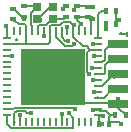
<source format=gbl>
%TF.GenerationSoftware,KiCad,Pcbnew,4.0.7+dfsg1-1*%
%TF.CreationDate,2017-09-29T19:36:36+02:00*%
%TF.ProjectId,fx2grok-tiny,66783267726F6B2D74696E792E6B6963,1*%
%TF.FileFunction,Copper,L2,Bot,Signal*%
%FSLAX46Y46*%
G04 Gerber Fmt 4.6, Leading zero omitted, Abs format (unit mm)*
G04 Created by KiCad (PCBNEW 4.0.7+dfsg1-1) date Fri Sep 29 19:36:36 2017*
%MOMM*%
%LPD*%
G01*
G04 APERTURE LIST*
%ADD10C,0.150000*%
%ADD11C,0.206000*%
%ADD12C,0.127000*%
%ADD13R,0.599440X0.398780*%
%ADD14R,0.398780X0.599440*%
%ADD15R,0.749300X0.650240*%
%ADD16R,5.499100X4.800600*%
%ADD17R,0.690880X0.279400*%
%ADD18R,0.279400X0.690880*%
%ADD19R,1.800300X0.759460*%
%ADD20C,0.449580*%
G04 APERTURE END LIST*
D10*
D11*
X68991160Y-40989200D02*
X68951921Y-41047867D01*
X68991160Y-41106533D01*
X69030398Y-41047867D01*
X68991160Y-40989200D01*
X68991160Y-41106533D01*
D12*
X78398422Y-40714343D02*
X78398422Y-40424057D01*
X78398422Y-40569200D02*
X77763422Y-40569200D01*
X77854136Y-40520819D01*
X77914612Y-40472438D01*
X77944850Y-40424057D01*
D13*
X75071160Y-38269620D03*
X75071160Y-39168780D03*
D14*
X76890740Y-48209200D03*
X75991580Y-48209200D03*
D13*
X68731160Y-39308780D03*
X68731160Y-38409620D03*
D14*
X77371580Y-47449200D03*
X78270740Y-47449200D03*
D13*
X73181160Y-39138780D03*
X73181160Y-38239620D03*
X69661160Y-38189620D03*
X69661160Y-39088780D03*
X74151160Y-38239620D03*
X74151160Y-39138780D03*
D14*
X76581580Y-39699200D03*
X77480740Y-39699200D03*
X76591580Y-38579200D03*
X77490740Y-38579200D03*
D15*
X72101400Y-39269580D03*
X70803460Y-39269580D03*
X70803460Y-38268820D03*
X72101400Y-38268820D03*
D16*
X72097320Y-44201900D03*
D17*
X75942880Y-40948160D03*
X75942880Y-41448540D03*
X75942880Y-41948920D03*
X75942880Y-42449300D03*
X75942880Y-42947140D03*
X75942880Y-43447520D03*
X75942880Y-43947900D03*
X75942880Y-44448280D03*
X75942880Y-44948660D03*
X75942880Y-45449040D03*
X75942880Y-45949420D03*
X75942880Y-46449800D03*
X75942880Y-46947640D03*
X75942880Y-47448020D03*
D18*
X75343440Y-40348720D03*
X74843060Y-40348720D03*
X74342680Y-40348720D03*
X73842300Y-40348720D03*
X73341920Y-40348720D03*
X72841540Y-40348720D03*
X72341160Y-40348720D03*
X71843320Y-40348720D03*
X71342940Y-40348720D03*
X70842560Y-40348720D03*
X70342180Y-40348720D03*
X69841800Y-40348720D03*
X69341420Y-40348720D03*
X68843580Y-40348720D03*
D17*
X68241600Y-40948160D03*
X68241600Y-41400280D03*
X68241600Y-41898120D03*
X68241600Y-42398500D03*
X68241600Y-42898880D03*
X68241600Y-43399260D03*
X68241600Y-43899640D03*
X68241600Y-44400020D03*
X68241600Y-44900400D03*
X68241600Y-45398240D03*
X68241600Y-45898620D03*
X68241600Y-46399000D03*
X68241600Y-46899380D03*
X68241600Y-47399760D03*
D18*
X68841040Y-47999200D03*
X69341420Y-47999200D03*
X69841800Y-47999200D03*
X70342180Y-47999200D03*
X70842560Y-47999200D03*
X71342940Y-47999200D03*
X71843320Y-47999200D03*
X72341160Y-47999200D03*
X72841540Y-47999200D03*
X73341920Y-47999200D03*
X73842300Y-47999200D03*
X74342680Y-47999200D03*
X74843060Y-47999200D03*
X75343440Y-47999200D03*
D19*
X77581160Y-41384120D03*
X77581160Y-42659200D03*
X77581160Y-43934280D03*
X77581160Y-45209360D03*
X77581160Y-46484440D03*
D20*
X73401567Y-41133456D03*
X73883623Y-41449806D03*
X75561160Y-42449200D03*
X75452665Y-43407472D03*
X75541160Y-44439200D03*
X75571160Y-45439200D03*
X70229990Y-47240379D03*
X75501160Y-41449200D03*
X76571160Y-40109200D03*
X74001160Y-46953992D03*
X74341160Y-46418438D03*
X77621160Y-46099200D03*
X71401320Y-46371660D03*
X75527580Y-39270431D03*
X76301160Y-48219200D03*
X71344558Y-40732598D03*
X69631160Y-39339200D03*
X69338686Y-47462012D03*
X76379544Y-47494500D03*
X73991160Y-43109200D03*
X74498152Y-39717541D03*
X73328003Y-39943971D03*
X72931160Y-38449200D03*
X71003160Y-39351200D03*
X68671160Y-42399200D03*
X68161160Y-39859200D03*
X77731160Y-39409200D03*
X73471160Y-47269200D03*
X75201160Y-43949200D03*
X75493456Y-46963447D03*
X75491160Y-38269200D03*
X73895363Y-39832586D03*
X73911160Y-38499200D03*
X77861160Y-48189200D03*
X72851160Y-47377688D03*
D12*
X72841540Y-40348720D02*
X72841540Y-40821160D01*
X72841540Y-40821160D02*
X73153836Y-41133456D01*
X73153836Y-41133456D02*
X73401567Y-41133456D01*
X73722330Y-41611099D02*
X73883623Y-41449806D01*
X73131099Y-41611099D02*
X73722330Y-41611099D01*
X72341160Y-40821160D02*
X73131099Y-41611099D01*
X72341160Y-40348720D02*
X72341160Y-40821160D01*
X75942880Y-42449300D02*
X75561260Y-42449300D01*
X75561260Y-42449300D02*
X75561160Y-42449200D01*
X75942880Y-42449300D02*
X75935323Y-42441743D01*
X75935323Y-42441743D02*
X75931863Y-42441743D01*
X75942880Y-42947140D02*
X76273082Y-42947140D01*
X76273082Y-42947140D02*
X76490509Y-42729713D01*
X76490509Y-42729713D02*
X76490509Y-41954351D01*
X76490509Y-41954351D02*
X77060740Y-41384120D01*
X77060740Y-41384120D02*
X77581160Y-41384120D01*
X76262870Y-42947140D02*
X76269218Y-42940792D01*
X77212611Y-41394120D02*
X77621160Y-41394120D01*
X75942880Y-42947140D02*
X76262870Y-42947140D01*
X75936540Y-42940800D02*
X75931863Y-42940800D01*
X75942880Y-42947140D02*
X75936540Y-42940800D01*
X75942880Y-43447520D02*
X75492713Y-43447520D01*
X75492713Y-43447520D02*
X75452665Y-43407472D01*
X75942880Y-43947900D02*
X76415320Y-43947900D01*
X76415320Y-43947900D02*
X76490509Y-43872711D01*
X76490509Y-43229431D02*
X77060740Y-42659200D01*
X76490509Y-43872711D02*
X76490509Y-43229431D01*
X77060740Y-42659200D02*
X77581160Y-42659200D01*
X77621160Y-42669200D02*
X77193640Y-42669200D01*
X75942880Y-43947900D02*
X76260330Y-43947900D01*
X75942880Y-44448280D02*
X75550240Y-44448280D01*
X75550240Y-44448280D02*
X75541160Y-44439200D01*
X75942880Y-44948660D02*
X76270542Y-44948660D01*
X76270542Y-44948660D02*
X77284922Y-43934280D01*
X77284922Y-43934280D02*
X77581160Y-43934280D01*
X77313000Y-44252440D02*
X77621160Y-43944280D01*
X77339860Y-44225580D02*
X77621160Y-43944280D01*
X75942880Y-44948660D02*
X76260330Y-44948660D01*
X75942880Y-45449040D02*
X75581000Y-45449040D01*
X75581000Y-45449040D02*
X75571160Y-45439200D01*
X75942880Y-45949420D02*
X76415320Y-45949420D01*
X76415320Y-45949420D02*
X77155380Y-45209360D01*
X77155380Y-45209360D02*
X77581160Y-45209360D01*
X77391480Y-45449040D02*
X77621160Y-45219360D01*
X77614180Y-45226340D02*
X77621160Y-45219360D01*
X75924320Y-45930860D02*
X75803124Y-45930860D01*
X75942880Y-45949420D02*
X75924320Y-45930860D01*
X69912089Y-47240379D02*
X70229990Y-47240379D01*
X69090155Y-47046712D02*
X69718422Y-47046712D01*
X68841040Y-47295827D02*
X69090155Y-47046712D01*
X69718422Y-47046712D02*
X69912089Y-47240379D01*
X68841040Y-47999200D02*
X68841040Y-47295827D01*
X68841040Y-47999200D02*
X68935004Y-47999200D01*
X68849524Y-48007684D02*
X68841040Y-47999200D01*
X76265190Y-38579200D02*
X76591580Y-38579200D01*
X75942880Y-40948160D02*
X75942880Y-38901510D01*
X75942880Y-38901510D02*
X76265190Y-38579200D01*
X76581580Y-39699200D02*
X76581580Y-40098780D01*
X76581580Y-40098780D02*
X76571160Y-40109200D01*
X76651160Y-40029200D02*
X76571160Y-40109200D01*
X75501820Y-41448540D02*
X75501160Y-41449200D01*
X75942880Y-41448540D02*
X75501820Y-41448540D01*
X73224661Y-46792701D02*
X73839869Y-46792701D01*
X73839869Y-46792701D02*
X74001160Y-46953992D01*
X68241600Y-46899380D02*
X68714040Y-46899380D01*
X68820719Y-46792701D02*
X73224661Y-46792701D01*
X68714040Y-46899380D02*
X68820719Y-46792701D01*
X72101400Y-39269580D02*
X73050360Y-39269580D01*
X73050360Y-39269580D02*
X73181160Y-39138780D01*
X70842560Y-40348720D02*
X70842560Y-39876280D01*
X70842560Y-39876280D02*
X70933639Y-39785201D01*
X70933639Y-39785201D02*
X71536249Y-39785201D01*
X71536249Y-39785201D02*
X72051870Y-39269580D01*
X72051870Y-39269580D02*
X72101400Y-39269580D01*
X69631160Y-38159620D02*
X70694260Y-38159620D01*
X70694260Y-38159620D02*
X70803460Y-38268820D01*
X70342180Y-40348720D02*
X70342180Y-39876280D01*
X70342180Y-39876280D02*
X70238309Y-39772409D01*
X70238309Y-39772409D02*
X70238309Y-38784441D01*
X70238309Y-38784441D02*
X70753930Y-38268820D01*
X77621160Y-46099200D02*
X77621160Y-46494440D01*
X75497880Y-39168780D02*
X75527580Y-39198480D01*
X75071160Y-39168780D02*
X75497880Y-39168780D01*
X75527580Y-39198480D02*
X75527580Y-39270431D01*
X77621160Y-46494440D02*
X77621160Y-46799620D01*
X77621160Y-46799620D02*
X78270740Y-47449200D01*
X75991580Y-48209200D02*
X76291160Y-48209200D01*
X76291160Y-48209200D02*
X76301160Y-48219200D01*
X75991580Y-48209200D02*
X75991580Y-47496720D01*
X75991580Y-47496720D02*
X75942880Y-47448020D01*
X74151160Y-39138780D02*
X74151160Y-39370549D01*
X74151160Y-39370549D02*
X74498152Y-39717541D01*
X71344558Y-40414697D02*
X71344558Y-40732598D01*
X71342940Y-40348720D02*
X71344558Y-40350338D01*
X71344558Y-40350338D02*
X71344558Y-40414697D01*
X74342680Y-40348720D02*
X74342680Y-39873013D01*
X74342680Y-39873013D02*
X74498152Y-39717541D01*
X69631160Y-39058780D02*
X69530830Y-39058780D01*
X69530830Y-39058780D02*
X69530410Y-39059200D01*
X69530410Y-39059200D02*
X69480410Y-39009200D01*
X69480410Y-39009200D02*
X69421070Y-39009200D01*
X69421070Y-39009200D02*
X68941490Y-38529620D01*
X68941490Y-38529620D02*
X68841160Y-38529620D01*
X69631160Y-39058780D02*
X69631160Y-39339200D01*
X69341420Y-47999200D02*
X69341420Y-47464746D01*
X69341420Y-47464746D02*
X69338686Y-47462012D01*
X75989360Y-47494500D02*
X76061643Y-47494500D01*
X76061643Y-47494500D02*
X76379544Y-47494500D01*
X75942880Y-47448020D02*
X75989360Y-47494500D01*
X73341920Y-40348720D02*
X73341920Y-39957888D01*
X73341920Y-39957888D02*
X73328003Y-39943971D01*
X75942880Y-46449800D02*
X74345220Y-46449800D01*
X74345220Y-46449800D02*
X72097320Y-44201900D01*
X76601160Y-46449800D02*
X77576520Y-46449800D01*
X75942880Y-46449800D02*
X76601160Y-46449800D01*
X68671160Y-42399200D02*
X68242300Y-42399200D01*
X68242300Y-42399200D02*
X68241600Y-42398500D01*
X69343499Y-47999200D02*
X69350296Y-47992403D01*
X69341420Y-47999200D02*
X69343499Y-47999200D01*
X68241600Y-40948160D02*
X68241600Y-39939640D01*
X68241600Y-39939640D02*
X68161160Y-39859200D01*
X75343440Y-40348720D02*
X75343440Y-39441060D01*
X75343440Y-39441060D02*
X75071160Y-39168780D01*
X75071160Y-39168780D02*
X74181160Y-39168780D01*
X74181160Y-39168780D02*
X74151160Y-39138780D01*
X72931160Y-38449200D02*
X72971580Y-38449200D01*
X72971580Y-38449200D02*
X73181160Y-38239620D01*
X71003160Y-39351200D02*
X70885080Y-39351200D01*
X70885080Y-39351200D02*
X70803460Y-39269580D01*
X76001580Y-47506720D02*
X75942880Y-47448020D01*
X69631160Y-39058780D02*
X69631160Y-38989200D01*
X70803460Y-39269580D02*
X70852990Y-39269580D01*
X70852990Y-39269580D02*
X71853750Y-38268820D01*
X71853750Y-38268820D02*
X72101400Y-38268820D01*
X75037371Y-43785411D02*
X75201160Y-43949200D01*
X75037371Y-42130491D02*
X75037371Y-43785411D01*
X75198662Y-41969200D02*
X75037371Y-42130491D01*
X77490740Y-38579200D02*
X77490740Y-39689200D01*
X77490740Y-39689200D02*
X77480740Y-39699200D01*
X77480740Y-39699200D02*
X77480740Y-39659620D01*
X77480740Y-39659620D02*
X77731160Y-39409200D01*
X75198662Y-41810490D02*
X75198662Y-41969200D01*
X75942880Y-41948920D02*
X75218942Y-41948920D01*
X75218942Y-41948920D02*
X75198662Y-41969200D01*
X73842300Y-40821160D02*
X74632239Y-41611099D01*
X74999271Y-41611099D02*
X75198662Y-41810490D01*
X73842300Y-40348720D02*
X73842300Y-40821160D01*
X74632239Y-41611099D02*
X74999271Y-41611099D01*
X73842300Y-47640340D02*
X73471160Y-47269200D01*
X73842300Y-47999200D02*
X73842300Y-47640340D01*
X69841160Y-41400280D02*
X71680080Y-41400280D01*
X71843320Y-40821160D02*
X71843320Y-40348720D01*
X71680080Y-41400280D02*
X71843320Y-41237040D01*
X71843320Y-41237040D02*
X71843320Y-40821160D01*
X68241600Y-41400280D02*
X69841160Y-41400280D01*
X69841800Y-40348720D02*
X69841800Y-41399640D01*
X69841800Y-41399640D02*
X69841160Y-41400280D01*
X69841800Y-40348720D02*
X69841800Y-39876280D01*
X69267880Y-39755170D02*
X68941490Y-39428780D01*
X69841800Y-39876280D02*
X69720690Y-39755170D01*
X69720690Y-39755170D02*
X69267880Y-39755170D01*
X68941490Y-39428780D02*
X68841160Y-39428780D01*
X76948876Y-47449200D02*
X76578885Y-47079209D01*
X76074449Y-47079209D02*
X75942880Y-46947640D01*
X76994020Y-47449200D02*
X76948876Y-47449200D01*
X76578885Y-47079209D02*
X76074449Y-47079209D01*
X77371580Y-47449200D02*
X76994020Y-47449200D01*
X76994020Y-47449200D02*
X76840740Y-47602480D01*
X76840740Y-47602480D02*
X76840740Y-48029200D01*
X75811357Y-46963447D02*
X75493456Y-46963447D01*
X75927073Y-46963447D02*
X75811357Y-46963447D01*
X75942880Y-46947640D02*
X75927073Y-46963447D01*
X68241600Y-47399760D02*
X68241600Y-48227802D01*
X73842300Y-48471640D02*
X73842300Y-47999200D01*
X68241600Y-48227802D02*
X68548939Y-48535141D01*
X68548939Y-48535141D02*
X73778799Y-48535141D01*
X73778799Y-48535141D02*
X73842300Y-48471640D01*
X73832439Y-48370785D02*
X73832439Y-48009061D01*
X73832439Y-48009061D02*
X73842300Y-47999200D01*
X75491160Y-38269200D02*
X75071580Y-38269200D01*
X75071580Y-38269200D02*
X75071160Y-38269620D01*
X73591448Y-39528671D02*
X73670574Y-39607797D01*
X73842300Y-40348720D02*
X73842300Y-39876280D01*
X72957057Y-39528671D02*
X73591448Y-39528671D01*
X71906821Y-39812779D02*
X72672949Y-39812779D01*
X71843320Y-39876280D02*
X71906821Y-39812779D01*
X71843320Y-40348720D02*
X71843320Y-39876280D01*
X72672949Y-39812779D02*
X72957057Y-39528671D01*
X73670574Y-39607797D02*
X73895363Y-39832586D01*
X73842300Y-39876280D02*
X73885994Y-39832586D01*
X73885994Y-39832586D02*
X73895363Y-39832586D01*
X73911160Y-38499200D02*
X73911160Y-38479620D01*
X73911160Y-38479620D02*
X74151160Y-38239620D01*
X74151160Y-38239620D02*
X75041160Y-38239620D01*
X75041160Y-38239620D02*
X75071160Y-38269620D01*
X75497880Y-38269620D02*
X75071160Y-38269620D01*
X76840740Y-48029200D02*
X77701160Y-48029200D01*
X77701160Y-48029200D02*
X77861160Y-48189200D01*
X76840740Y-48029200D02*
X76871580Y-48029200D01*
X72841540Y-47999200D02*
X72841540Y-47387308D01*
X72841540Y-47387308D02*
X72851160Y-47377688D01*
M02*

</source>
